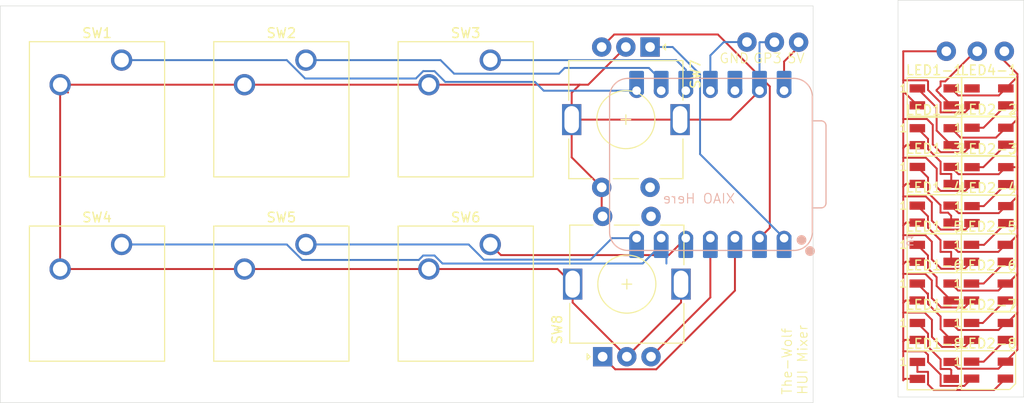
<source format=kicad_pcb>
(kicad_pcb (version 20241229) (generator "pcbnew") (generator_version "9.0")
  (title_block (title "HUI Mixer") (company "The-Wolf"))
  (layers (0 "F.Cu" signal) (2 "B.Cu" signal) (13 "F.Paste" user) (15 "B.Paste" user) (5 "F.SilkS" user "F.Silkscreen") (7 "B.SilkS" user "B.Silkscreen") (1 "F.Mask" user) (3 "B.Mask" user) (25 "Edge.Cuts" user))
  (net 0 "")
  (net 1 "+5V")
  (net 2 "Net-(U1-GPIO4{slash}MISO)")
  (net 3 "Net-(U1-GPIO2{slash}SCK)")
  (net 4 "Net-(U1-GPIO1{slash}RX)")
  (net 6 "Net-(U1-GPIO0{slash}TX)")
  (net 7 "Net-(U1-GPIO7{slash}SCL)")
  (net 8 "Net-(U1-GPIO27{slash}ADC1{slash}A1)")
  (net 10 "Net-(U1-GPIO26{slash}ADC0{slash}A0)")
  (net 11 "Net-(U1-GPIO28{slash}ADC2{slash}A2)")
  (net 12 "Net-(U1-GPIO29{slash}ADC3{slash}A3)")
  (net 13 "Net-(U1-GPIO6{slash}SDA)")
  (net 14 "GND")
  (net 16 "Net-(LED1-1-DIN)")
  (net 17 "Net-(LED1-1-DOUT)")
  (net 18 "Net-(LED1-2-DOUT)")
  (net 19 "Net-(LED1-3-DOUT)")
  (net 20 "Net-(LED1-4-DOUT)")
  (net 21 "Net-(LED1-5-DOUT)")
  (net 22 "Net-(LED1-6-DOUT)")
  (net 23 "Net-(LED1-7-DOUT)")
  (net 24 "Net-(LED1-8-DOUT)")
  (net 25 "Net-(LED2-2-DIN)")
  (net 26 "Net-(LED2-2-DOUT)")
  (net 27 "Net-(LED2-3-DIN)")
  (net 28 "Net-(LED2-4-DIN)")
  (net 29 "Net-(LED2-5-DIN)")
  (net 30 "Net-(LED2-6-DIN)")
  (net 31 "Net-(LED2-7-DIN)")
  (footprint "LED_SMD:LED_SK6812MINI_PLCC4_3.5x3.5mm_P1.75mm" (layer "F.Cu") (at 204.514 131.564)
    (property "Reference" "LED1-5" (at 0 -2.75 0) (layer "F.SilkS"))
    (property "Value" "SK6812MINI" (hide yes))
    (fp_text user "1" (at -3.2 -0.875 0) (layer "F.SilkS") (effects (font (size 0.8 0.8))))
    (pad "1" smd rect (at -1.75 -0.875) (size 1.6 0.85) (layers "F.Cu" "F.Mask" "F.Paste") (net 21 "Net-(LED1-5-DOUT)"))
    (pad "2" smd rect (at -1.75 0.875) (size 1.6 0.85) (layers "F.Cu" "F.Mask" "F.Paste") (net 14 "GND"))
    (pad "3" smd rect (at 1.75 0.875) (size 1.6 0.85) (layers "F.Cu" "F.Mask" "F.Paste") (net 20 "Net-(LED1-4-DOUT)"))
    (pad "4" smd rect (at 1.75 -0.875) (size 1.6 0.85) (layers "F.Cu" "F.Mask" "F.Paste") (net 1 "+5V"))
  )
  (footprint "LED_SMD:LED_SK6812MINI_PLCC4_3.5x3.5mm_P1.75mm" (layer "F.Cu") (at 210.124 139.639)
    (property "Reference" "LED2-7" (at 0 -2.75 0) (layer "F.SilkS"))
    (property "Value" "SK6812MINI" (hide yes))
    (fp_text user "1" (at -3.2 -0.875 0) (layer "F.SilkS") (effects (font (size 0.8 0.8))))
    (pad "1" smd rect (at -1.75 -0.875) (size 1.6 0.85) (layers "F.Cu" "F.Mask" "F.Paste") (net 30 "Net-(LED2-6-DIN)"))
    (pad "2" smd rect (at -1.75 0.875) (size 1.6 0.85) (layers "F.Cu" "F.Mask" "F.Paste") (net 14 "GND"))
    (pad "3" smd rect (at 1.75 0.875) (size 1.6 0.85) (layers "F.Cu" "F.Mask" "F.Paste") (net 31 "Net-(LED2-7-DIN)"))
    (pad "4" smd rect (at 1.75 -0.875) (size 1.6 0.85) (layers "F.Cu" "F.Mask" "F.Paste") (net 1 "+5V"))
  )
  (footprint "LED_SMD:LED_SK6812MINI_PLCC4_3.5x3.5mm_P1.75mm" (layer "F.Cu") (at 204.524 123.514)
    (property "Reference" "LED1-3" (at 0 -2.75 0) (layer "F.SilkS"))
    (property "Value" "SK6812MINI" (hide yes))
    (fp_text user "1" (at -3.2 -0.875 0) (layer "F.SilkS") (effects (font (size 0.8 0.8))))
    (pad "1" smd rect (at -1.75 -0.875) (size 1.6 0.85) (layers "F.Cu" "F.Mask" "F.Paste") (net 19 "Net-(LED1-3-DOUT)"))
    (pad "2" smd rect (at -1.75 0.875) (size 1.6 0.85) (layers "F.Cu" "F.Mask" "F.Paste") (net 14 "GND"))
    (pad "3" smd rect (at 1.75 0.875) (size 1.6 0.85) (layers "F.Cu" "F.Mask" "F.Paste") (net 18 "Net-(LED1-2-DOUT)"))
    (pad "4" smd rect (at 1.75 -0.875) (size 1.6 0.85) (layers "F.Cu" "F.Mask" "F.Paste") (net 1 "+5V"))
  )
  (footprint "Button_Switch_Keyboard:SW_Cherry_MX_1.00u_PCB" (layer "F.Cu") (at 139.59 111.60125)
    (property "Reference" "SW2" (at -2.54 -2.794 0) (layer "F.SilkS"))
    (property "Value" "SW_Push")
    (pad "" np_thru_hole circle (at -7.62 5.08) (size 1.7 1.7) (drill 1.7) (layers "*.Cu" "*.Mask"))
    (pad "" np_thru_hole circle (at -2.54 5.08) (size 4 4) (drill 4) (layers "*.Cu" "*.Mask"))
    (pad "" np_thru_hole circle (at 2.54 5.08) (size 1.7 1.7) (drill 1.7) (layers "*.Cu" "*.Mask"))
    (pad "1" thru_hole circle (at 0 0) (size 2.2 2.2) (drill 1.5) (layers "*.Cu" "*.Mask") (net 3 "Net-(U1-GPIO2{slash}SCK)"))
    (pad "2" thru_hole circle (at -6.35 2.54) (size 2.2 2.2) (drill 1.5) (layers "*.Cu" "*.Mask") (net 14 "GND"))
  )
  (footprint "LED_SMD:LED_SK6812MINI_PLCC4_3.5x3.5mm_P1.75mm" (layer "F.Cu") (at 204.524 143.664)
    (property "Reference" "LED1-8" (at 0 -2.75 0) (layer "F.SilkS"))
    (property "Value" "SK6812MINI" (hide yes))
    (fp_text user "1" (at -3.2 -0.875 0) (layer "F.SilkS") (effects (font (size 0.8 0.8))))
    (pad "1" smd rect (at -1.75 -0.875) (size 1.6 0.85) (layers "F.Cu" "F.Mask" "F.Paste") (net 24 "Net-(LED1-8-DOUT)"))
    (pad "2" smd rect (at -1.75 0.875) (size 1.6 0.85) (layers "F.Cu" "F.Mask" "F.Paste") (net 14 "GND"))
    (pad "3" smd rect (at 1.75 0.875) (size 1.6 0.85) (layers "F.Cu" "F.Mask" "F.Paste") (net 23 "Net-(LED1-7-DOUT)"))
    (pad "4" smd rect (at 1.75 -0.875) (size 1.6 0.85) (layers "F.Cu" "F.Mask" "F.Paste") (net 1 "+5V"))
  )
  (footprint "LED_SMD:LED_SK6812MINI_PLCC4_3.5x3.5mm_P1.75mm" (layer "F.Cu") (at 210.164 127.564)
    (property "Reference" "LED2-4" (at 0 -2.75 0) (layer "F.SilkS"))
    (property "Value" "SK6812MINI" (hide yes))
    (fp_text user "1" (at -3.2 -0.875 0) (layer "F.SilkS") (effects (font (size 0.8 0.8))))
    (pad "1" smd rect (at -1.75 -0.875) (size 1.6 0.85) (layers "F.Cu" "F.Mask" "F.Paste") (net 27 "Net-(LED2-3-DIN)"))
    (pad "2" smd rect (at -1.75 0.875) (size 1.6 0.85) (layers "F.Cu" "F.Mask" "F.Paste") (net 14 "GND"))
    (pad "3" smd rect (at 1.75 0.875) (size 1.6 0.85) (layers "F.Cu" "F.Mask" "F.Paste") (net 28 "Net-(LED2-4-DIN)"))
    (pad "4" smd rect (at 1.75 -0.875) (size 1.6 0.85) (layers "F.Cu" "F.Mask" "F.Paste") (net 1 "+5V"))
  )
  (footprint "LED_SMD:LED_SK6812MINI_PLCC4_3.5x3.5mm_P1.75mm" (layer "F.Cu") (at 204.524 139.639)
    (property "Reference" "LED1-7" (at 0 -2.75 0) (layer "F.SilkS"))
    (property "Value" "SK6812MINI" (hide yes))
    (fp_text user "1" (at -3.2 -0.875 0) (layer "F.SilkS") (effects (font (size 0.8 0.8))))
    (pad "1" smd rect (at -1.75 -0.875) (size 1.6 0.85) (layers "F.Cu" "F.Mask" "F.Paste") (net 23 "Net-(LED1-7-DOUT)"))
    (pad "2" smd rect (at -1.75 0.875) (size 1.6 0.85) (layers "F.Cu" "F.Mask" "F.Paste") (net 14 "GND"))
    (pad "3" smd rect (at 1.75 0.875) (size 1.6 0.85) (layers "F.Cu" "F.Mask" "F.Paste") (net 22 "Net-(LED1-6-DOUT)"))
    (pad "4" smd rect (at 1.75 -0.875) (size 1.6 0.85) (layers "F.Cu" "F.Mask" "F.Paste") (net 1 "+5V"))
  )
  (footprint "LED_SMD:LED_SK6812MINI_PLCC4_3.5x3.5mm_P1.75mm" (layer "F.Cu") (at 204.524 115.399)
    (property "Reference" "LED1-1" (at 0 -2.75 0) (layer "F.SilkS"))
    (property "Value" "SK6812MINI" (hide yes))
    (fp_text user "1" (at -3.2 -0.875 0) (layer "F.SilkS") (effects (font (size 0.8 0.8))))
    (pad "1" smd rect (at -1.75 -0.875) (size 1.6 0.85) (layers "F.Cu" "F.Mask" "F.Paste") (net 17 "Net-(LED1-1-DOUT)"))
    (pad "2" smd rect (at -1.75 0.875) (size 1.6 0.85) (layers "F.Cu" "F.Mask" "F.Paste") (net 14 "GND"))
    (pad "3" smd rect (at 1.75 0.875) (size 1.6 0.85) (layers "F.Cu" "F.Mask" "F.Paste") (net 16 "Net-(LED1-1-DIN)"))
    (pad "4" smd rect (at 1.75 -0.875) (size 1.6 0.85) (layers "F.Cu" "F.Mask" "F.Paste") (net 1 "+5V"))
  )
  (footprint "Button_Switch_Keyboard:SW_Cherry_MX_1.00u_PCB" (layer "F.Cu") (at 158.64 130.65125)
    (property "Reference" "SW6" (at -2.54 -2.794 0) (layer "F.SilkS"))
    (property "Value" "SW_Push")
    (pad "" np_thru_hole circle (at -7.62 5.08) (size 1.7 1.7) (drill 1.7) (layers "*.Cu" "*.Mask"))
    (pad "" np_thru_hole circle (at -2.54 5.08) (size 4 4) (drill 4) (layers "*.Cu" "*.Mask"))
    (pad "" np_thru_hole circle (at 2.54 5.08) (size 1.7 1.7) (drill 1.7) (layers "*.Cu" "*.Mask"))
    (pad "1" thru_hole circle (at 0 0) (size 2.2 2.2) (drill 1.5) (layers "*.Cu" "*.Mask") (net 13 "Net-(U1-GPIO6{slash}SDA)"))
    (pad "2" thru_hole circle (at -6.35 2.54) (size 2.2 2.2) (drill 1.5) (layers "*.Cu" "*.Mask") (net 14 "GND"))
  )
  (footprint "LED_SMD:LED_SK6812MINI_PLCC4_3.5x3.5mm_P1.75mm" (layer "F.Cu") (at 210.164 123.539)
    (property "Reference" "LED2-3" (at 0 -2.75 0) (layer "F.SilkS"))
    (property "Value" "SK6812MINI" (hide yes))
    (fp_text user "1" (at -3.2 -0.875 0) (layer "F.SilkS") (effects (font (size 0.8 0.8))))
    (pad "1" smd rect (at -1.75 -0.875) (size 1.6 0.85) (layers "F.Cu" "F.Mask" "F.Paste") (net 25 "Net-(LED2-2-DIN)"))
    (pad "2" smd rect (at -1.75 0.875) (size 1.6 0.85) (layers "F.Cu" "F.Mask" "F.Paste") (net 14 "GND"))
    (pad "3" smd rect (at 1.75 0.875) (size 1.6 0.85) (layers "F.Cu" "F.Mask" "F.Paste") (net 27 "Net-(LED2-3-DIN)"))
    (pad "4" smd rect (at 1.75 -0.875) (size 1.6 0.85) (layers "F.Cu" "F.Mask" "F.Paste") (net 1 "+5V"))
  )
  (footprint "LED_SMD:LED_SK6812MINI_PLCC4_3.5x3.5mm_P1.75mm" (layer "F.Cu") (at 210.124 143.639)
    (property "Reference" "LED2-8" (at 0 -2.75 0) (layer "F.SilkS"))
    (property "Value" "SK6812MINI" (hide yes))
    (fp_text user "1" (at -3.2 -0.875 0) (layer "F.SilkS") (effects (font (size 0.8 0.8))))
    (pad "1" smd rect (at -1.75 -0.875) (size 1.6 0.85) (layers "F.Cu" "F.Mask" "F.Paste") (net 31 "Net-(LED2-7-DIN)"))
    (pad "2" smd rect (at -1.75 0.875) (size 1.6 0.85) (layers "F.Cu" "F.Mask" "F.Paste") (net 14 "GND"))
    (pad "3" smd rect (at 1.75 0.875) (size 1.6 0.85) (layers "F.Cu" "F.Mask" "F.Paste") (net 24 "Net-(LED1-8-DOUT)"))
    (pad "4" smd rect (at 1.75 -0.875) (size 1.6 0.85) (layers "F.Cu" "F.Mask" "F.Paste") (net 1 "+5V"))
  )
  (footprint "Rotary_Encoder:RotaryEncoder_Alps_EC11E-Switch_Vertical_H20mm" (layer "F.Cu") (at 175.15 110.25 -90)
    (property "Reference" "SW7" (at 2.8 -4.7 90) (layer "F.SilkS"))
    (property "Value" "RotaryEncoder_Switch_MP")
    (pad "A" thru_hole rect (at 0 0 270) (size 2 2) (drill 1) (layers "*.Cu" "*.Mask") (net 10 "Net-(U1-GPIO26{slash}ADC0{slash}A0)"))
    (pad "B" thru_hole circle (at 0 5 270) (size 2 2) (drill 1) (layers "*.Cu" "*.Mask") (net 8 "Net-(U1-GPIO27{slash}ADC1{slash}A1)"))
    (pad "C" thru_hole circle (at 0 2.5 270) (size 2 2) (drill 1) (layers "*.Cu" "*.Mask") (net 14 "GND"))
    (pad "MP" thru_hole rect (at 7.5 -3.1 270) (size 3.2 2) (drill oval 2.8 1.5) (layers "*.Cu" "*.Mask") (net 14 "GND"))
    (pad "MP" thru_hole rect (at 7.5 8.1 270) (size 3.2 2) (drill oval 2.8 1.5) (layers "*.Cu" "*.Mask") (net 14 "GND"))
    (pad "S1" thru_hole circle (at 14.5 5 270) (size 2 2) (drill 1) (layers "*.Cu" "*.Mask") (net 14 "GND"))
    (pad "S2" thru_hole circle (at 14.5 0 270) (size 2 2) (drill 1) (layers "*.Cu" "*.Mask"))
  )
  (footprint "Button_Switch_Keyboard:SW_Cherry_MX_1.00u_PCB" (layer "F.Cu") (at 139.59 130.65125)
    (property "Reference" "SW5" (at -2.54 -2.794 0) (layer "F.SilkS"))
    (property "Value" "SW_Push")
    (pad "" np_thru_hole circle (at -7.62 5.08) (size 1.7 1.7) (drill 1.7) (layers "*.Cu" "*.Mask"))
    (pad "" np_thru_hole circle (at -2.54 5.08) (size 4 4) (drill 4) (layers "*.Cu" "*.Mask"))
    (pad "" np_thru_hole circle (at 2.54 5.08) (size 1.7 1.7) (drill 1.7) (layers "*.Cu" "*.Mask"))
    (pad "1" thru_hole circle (at 0 0) (size 2.2 2.2) (drill 1.5) (layers "*.Cu" "*.Mask") (net 6 "Net-(U1-GPIO0{slash}TX)"))
    (pad "2" thru_hole circle (at -6.35 2.54) (size 2.2 2.2) (drill 1.5) (layers "*.Cu" "*.Mask") (net 14 "GND"))
  )
  (footprint "Button_Switch_Keyboard:SW_Cherry_MX_1.00u_PCB" (layer "F.Cu") (at 120.54 111.60125)
    (property "Reference" "SW1" (at -2.54 -2.794 0) (layer "F.SilkS"))
    (property "Value" "SW_Push")
    (pad "" np_thru_hole circle (at -7.62 5.08) (size 1.7 1.7) (drill 1.7) (layers "*.Cu" "*.Mask"))
    (pad "" np_thru_hole circle (at -2.54 5.08) (size 4 4) (drill 4) (layers "*.Cu" "*.Mask"))
    (pad "" np_thru_hole circle (at 2.54 5.08) (size 1.7 1.7) (drill 1.7) (layers "*.Cu" "*.Mask"))
    (pad "1" thru_hole circle (at 0 0) (size 2.2 2.2) (drill 1.5) (layers "*.Cu" "*.Mask") (net 4 "Net-(U1-GPIO1{slash}RX)"))
    (pad "2" thru_hole circle (at -6.35 2.54) (size 2.2 2.2) (drill 1.5) (layers "*.Cu" "*.Mask") (net 14 "GND"))
  )
  (footprint "Button_Switch_Keyboard:SW_Cherry_MX_1.00u_PCB" (layer "F.Cu") (at 120.54 130.65125)
    (property "Reference" "SW4" (at -2.54 -2.794 0) (layer "F.SilkS"))
    (property "Value" "SW_Push")
    (pad "" np_thru_hole circle (at -7.62 5.08) (size 1.7 1.7) (drill 1.7) (layers "*.Cu" "*.Mask"))
    (pad "" np_thru_hole circle (at -2.54 5.08) (size 4 4) (drill 4) (layers "*.Cu" "*.Mask"))
    (pad "" np_thru_hole circle (at 2.54 5.08) (size 1.7 1.7) (drill 1.7) (layers "*.Cu" "*.Mask"))
    (pad "1" thru_hole circle (at 0 0) (size 2.2 2.2) (drill 1.5) (layers "*.Cu" "*.Mask") (net 7 "Net-(U1-GPIO7{slash}SCL)"))
    (pad "2" thru_hole circle (at -6.35 2.54) (size 2.2 2.2) (drill 1.5) (layers "*.Cu" "*.Mask") (net 14 "GND"))
  )
  (footprint "LED_SMD:LED_SK6812MINI_PLCC4_3.5x3.5mm_P1.75mm" (layer "F.Cu") (at 204.524 119.514)
    (property "Reference" "LED1-2" (at 0 -2.75 0) (layer "F.SilkS"))
    (property "Value" "SK6812MINI" (hide yes))
    (fp_text user "1" (at -3.2 -0.875 0) (layer "F.SilkS") (effects (font (size 0.8 0.8))))
    (pad "1" smd rect (at -1.75 -0.875) (size 1.6 0.85) (layers "F.Cu" "F.Mask" "F.Paste") (net 18 "Net-(LED1-2-DOUT)"))
    (pad "2" smd rect (at -1.75 0.875) (size 1.6 0.85) (layers "F.Cu" "F.Mask" "F.Paste") (net 14 "GND"))
    (pad "3" smd rect (at 1.75 0.875) (size 1.6 0.85) (layers "F.Cu" "F.Mask" "F.Paste") (net 17 "Net-(LED1-1-DOUT)"))
    (pad "4" smd rect (at 1.75 -0.875) (size 1.6 0.85) (layers "F.Cu" "F.Mask" "F.Paste") (net 1 "+5V"))
  )
  (footprint "LED_SMD:LED_SK6812MINI_PLCC4_3.5x3.5mm_P1.75mm" (layer "F.Cu") (at 210.114 135.564)
    (property "Reference" "LED2-6" (at 0 -2.75 0) (layer "F.SilkS"))
    (property "Value" "SK6812MINI" (hide yes))
    (fp_text user "1" (at -3.2 -0.875 0) (layer "F.SilkS") (effects (font (size 0.8 0.8))))
    (pad "1" smd rect (at -1.75 -0.875) (size 1.6 0.85) (layers "F.Cu" "F.Mask" "F.Paste") (net 29 "Net-(LED2-5-DIN)"))
    (pad "2" smd rect (at -1.75 0.875) (size 1.6 0.85) (layers "F.Cu" "F.Mask" "F.Paste") (net 14 "GND"))
    (pad "3" smd rect (at 1.75 0.875) (size 1.6 0.85) (layers "F.Cu" "F.Mask" "F.Paste") (net 30 "Net-(LED2-6-DIN)"))
    (pad "4" smd rect (at 1.75 -0.875) (size 1.6 0.85) (layers "F.Cu" "F.Mask" "F.Paste") (net 1 "+5V"))
  )
  (footprint "LED_SMD:LED_SK6812MINI_PLCC4_3.5x3.5mm_P1.75mm" (layer "F.Cu") (at 210.164 119.464)
    (property "Reference" "LED2-2" (at 0 -2.75 0) (layer "F.SilkS"))
    (property "Value" "SK6812MINI" (hide yes))
    (fp_text user "1" (at -3.2 -0.875 0) (layer "F.SilkS") (effects (font (size 0.8 0.8))))
    (pad "1" smd rect (at -1.75 -0.875) (size 1.6 0.85) (layers "F.Cu" "F.Mask" "F.Paste") (net 26 "Net-(LED2-2-DOUT)"))
    (pad "2" smd rect (at -1.75 0.875) (size 1.6 0.85) (layers "F.Cu" "F.Mask" "F.Paste") (net 14 "GND"))
    (pad "3" smd rect (at 1.75 0.875) (size 1.6 0.85) (layers "F.Cu" "F.Mask" "F.Paste") (net 25 "Net-(LED2-2-DIN)"))
    (pad "4" smd rect (at 1.75 -0.875) (size 1.6 0.85) (layers "F.Cu" "F.Mask" "F.Paste") (net 1 "+5V"))
  )
  (footprint "LED_SMD:LED_SK6812MINI_PLCC4_3.5x3.5mm_P1.75mm" (layer "F.Cu") (at 204.514 127.514)
    (property "Reference" "LED1-4" (at 0 -2.75 0) (layer "F.SilkS"))
    (property "Value" "SK6812MINI" (hide yes))
    (fp_text user "1" (at -3.2 -0.875 0) (layer "F.SilkS") (effects (font (size 0.8 0.8))))
    (pad "1" smd rect (at -1.75 -0.875) (size 1.6 0.85) (layers "F.Cu" "F.Mask" "F.Paste") (net 20 "Net-(LED1-4-DOUT)"))
    (pad "2" smd rect (at -1.75 0.875) (size 1.6 0.85) (layers "F.Cu" "F.Mask" "F.Paste") (net 14 "GND"))
    (pad "3" smd rect (at 1.75 0.875) (size 1.6 0.85) (layers "F.Cu" "F.Mask" "F.Paste") (net 19 "Net-(LED1-3-DOUT)"))
    (pad "4" smd rect (at 1.75 -0.875) (size 1.6 0.85) (layers "F.Cu" "F.Mask" "F.Paste") (net 1 "+5V"))
  )
  (footprint "Button_Switch_Keyboard:SW_Cherry_MX_1.00u_PCB" (layer "F.Cu") (at 158.64 111.60125)
    (property "Reference" "SW3" (at -2.54 -2.794 0) (layer "F.SilkS"))
    (property "Value" "SW_Push")
    (pad "" np_thru_hole circle (at -7.62 5.08) (size 1.7 1.7) (drill 1.7) (layers "*.Cu" "*.Mask"))
    (pad "" np_thru_hole circle (at -2.54 5.08) (size 4 4) (drill 4) (layers "*.Cu" "*.Mask"))
    (pad "" np_thru_hole circle (at 2.54 5.08) (size 1.7 1.7) (drill 1.7) (layers "*.Cu" "*.Mask"))
    (pad "1" thru_hole circle (at 0 0) (size 2.2 2.2) (drill 1.5) (layers "*.Cu" "*.Mask") (net 2 "Net-(U1-GPIO4{slash}MISO)"))
    (pad "2" thru_hole circle (at -6.35 2.54) (size 2.2 2.2) (drill 1.5) (layers "*.Cu" "*.Mask") (net 14 "GND"))
  )
  (footprint "Rotary_Encoder:RotaryEncoder_Alps_EC11E-Switch_Vertical_H20mm" (layer "F.Cu") (at 170.25 142.25 90)
    (property "Reference" "SW8" (at 2.8 -4.7 90) (layer "F.SilkS"))
    (property "Value" "RotaryEncoder_Switch_MP")
    (pad "A" thru_hole rect (at 0 0 90) (size 2 2) (drill 1) (layers "*.Cu" "*.Mask") (net 11 "Net-(U1-GPIO28{slash}ADC2{slash}A2)"))
    (pad "B" thru_hole circle (at 0 5 90) (size 2 2) (drill 1) (layers "*.Cu" "*.Mask") (net 12 "Net-(U1-GPIO29{slash}ADC3{slash}A3)"))
    (pad "C" thru_hole circle (at 0 2.5 90) (size 2 2) (drill 1) (layers "*.Cu" "*.Mask") (net 14 "GND"))
    (pad "MP" thru_hole rect (at 7.5 -3.1 90) (size 3.2 2) (drill oval 2.8 1.5) (layers "*.Cu" "*.Mask") (net 14 "GND"))
    (pad "MP" thru_hole rect (at 7.5 8.1 90) (size 3.2 2) (drill oval 2.8 1.5) (layers "*.Cu" "*.Mask") (net 14 "GND"))
    (pad "S1" thru_hole circle (at 14.5 5 90) (size 2 2) (drill 1) (layers "*.Cu" "*.Mask"))
    (pad "S2" thru_hole circle (at 14.5 0 90) (size 2 2) (drill 1) (layers "*.Cu" "*.Mask") (net 14 "GND"))
  )
  (footprint "LED_SMD:LED_SK6812MINI_PLCC4_3.5x3.5mm_P1.75mm" (layer "F.Cu") (at 210.114 131.564)
    (property "Reference" "LED2-5" (at 0 -2.75 0) (layer "F.SilkS"))
    (property "Value" "SK6812MINI" (hide yes))
    (fp_text user "1" (at -3.2 -0.875 0) (layer "F.SilkS") (effects (font (size 0.8 0.8))))
    (pad "1" smd rect (at -1.75 -0.875) (size 1.6 0.85) (layers "F.Cu" "F.Mask" "F.Paste") (net 28 "Net-(LED2-4-DIN)"))
    (pad "2" smd rect (at -1.75 0.875) (size 1.6 0.85) (layers "F.Cu" "F.Mask" "F.Paste") (net 14 "GND"))
    (pad "3" smd rect (at 1.75 0.875) (size 1.6 0.85) (layers "F.Cu" "F.Mask" "F.Paste") (net 29 "Net-(LED2-5-DIN)"))
    (pad "4" smd rect (at 1.75 -0.875) (size 1.6 0.85) (layers "F.Cu" "F.Mask" "F.Paste") (net 1 "+5V"))
  )
  (footprint "LED_SMD:LED_SK6812MINI_PLCC4_3.5x3.5mm_P1.75mm" (layer "F.Cu") (at 204.514 135.564)
    (property "Reference" "LED1-6" (at 0 -2.75 0) (layer "F.SilkS"))
    (property "Value" "SK6812MINI" (hide yes))
    (fp_text user "1" (at -3.2 -0.875 0) (layer "F.SilkS") (effects (font (size 0.8 0.8))))
    (pad "1" smd rect (at -1.75 -0.875) (size 1.6 0.85) (layers "F.Cu" "F.Mask" "F.Paste") (net 22 "Net-(LED1-6-DOUT)"))
    (pad "2" smd rect (at -1.75 0.875) (size 1.6 0.85) (layers "F.Cu" "F.Mask" "F.Paste") (net 14 "GND"))
    (pad "3" smd rect (at 1.75 0.875) (size 1.6 0.85) (layers "F.Cu" "F.Mask" "F.Paste") (net 21 "Net-(LED1-5-DOUT)"))
    (pad "4" smd rect (at 1.75 -0.875) (size 1.6 0.85) (layers "F.Cu" "F.Mask" "F.Paste") (net 1 "+5V"))
  )
  (footprint "LED_SMD:LED_SK6812MINI_PLCC4_3.5x3.5mm_P1.75mm" (layer "F.Cu") (at 210.164 115.399)
    (property "Reference" "LED4-1" (at 0 -2.75 0) (layer "F.SilkS"))
    (property "Value" "SK6812MINI" (hide yes))
    (fp_text user "1" (at -3.2 -0.875 0) (layer "F.SilkS") (effects (font (size 0.8 0.8))))
    (pad "1" smd rect (at -1.75 -0.875) (size 1.6 0.85) (layers "F.Cu" "F.Mask" "F.Paste"))
    (pad "2" smd rect (at -1.75 0.875) (size 1.6 0.85) (layers "F.Cu" "F.Mask" "F.Paste") (net 14 "GND"))
    (pad "3" smd rect (at 1.75 0.875) (size 1.6 0.85) (layers "F.Cu" "F.Mask" "F.Paste") (net 26 "Net-(LED2-2-DOUT)"))
    (pad "4" smd rect (at 1.75 -0.875) (size 1.6 0.85) (layers "F.Cu" "F.Mask" "F.Paste") (net 1 "+5V"))
  )
  (footprint "Seeed Studio XIAO Series Library:XIAO-RP2040-DIP" (layer "B.Cu") (at 181.38 122.38 90)
    (property "Reference" "U1" (at -7.839 20.599 270) (layer "B.SilkS") (effects (font (size 0.635 0.635) (thickness 0.1016)) (justify mirror)))
    (property "Value" "XIAO-RP2040-DIP")
    (pad "1" smd roundrect (at -8.455 7.62 270) (size 2.432 1.524) (layers "B.Cu" "B.Mask") (roundrect_rratio 0.1) (net 10 "Net-(U1-GPIO26{slash}ADC0{slash}A0)"))
    (pad "1" thru_hole circle (at -7.62 7.62 270) (size 1.524 1.524) (drill 0.889) (layers "*.Cu" "*.Mask") (net 10 "Net-(U1-GPIO26{slash}ADC0{slash}A0)"))
    (pad "2" smd roundrect (at -8.455 5.08 270) (size 2.432 1.524) (layers "B.Cu" "B.Mask") (roundrect_rratio 0.1) (net 8 "Net-(U1-GPIO27{slash}ADC1{slash}A1)"))
    (pad "2" thru_hole circle (at -7.62 5.08 270) (size 1.524 1.524) (drill 0.889) (layers "*.Cu" "*.Mask") (net 8 "Net-(U1-GPIO27{slash}ADC1{slash}A1)"))
    (pad "3" smd roundrect (at -8.455 2.54 270) (size 2.432 1.524) (layers "B.Cu" "B.Mask") (roundrect_rratio 0.1) (net 11 "Net-(U1-GPIO28{slash}ADC2{slash}A2)"))
    (pad "3" thru_hole circle (at -7.62 2.54 270) (size 1.524 1.524) (drill 0.889) (layers "*.Cu" "*.Mask") (net 11 "Net-(U1-GPIO28{slash}ADC2{slash}A2)"))
    (pad "4" smd roundrect (at -8.455 0 270) (size 2.432 1.524) (layers "B.Cu" "B.Mask") (roundrect_rratio 0.1) (net 12 "Net-(U1-GPIO29{slash}ADC3{slash}A3)"))
    (pad "4" thru_hole circle (at -7.62 0 270) (size 1.524 1.524) (drill 0.889) (layers "*.Cu" "*.Mask") (net 12 "Net-(U1-GPIO29{slash}ADC3{slash}A3)"))
    (pad "5" smd roundrect (at -8.455 -2.54 270) (size 2.432 1.524) (layers "B.Cu" "B.Mask") (roundrect_rratio 0.1) (net 13 "Net-(U1-GPIO6{slash}SDA)"))
    (pad "5" thru_hole circle (at -7.62 -2.54 270) (size 1.524 1.524) (drill 0.889) (layers "*.Cu" "*.Mask") (net 13 "Net-(U1-GPIO6{slash}SDA)"))
    (pad "6" smd roundrect (at -8.455 -5.08 270) (size 2.432 1.524) (layers "B.Cu" "B.Mask") (roundrect_rratio 0.1) (net 7 "Net-(U1-GPIO7{slash}SCL)"))
    (pad "6" thru_hole circle (at -7.62 -5.08 270) (size 1.524 1.524) (drill 0.889) (layers "*.Cu" "*.Mask") (net 7 "Net-(U1-GPIO7{slash}SCL)"))
    (pad "7" smd roundrect (at -8.455 -7.62 270) (size 2.432 1.524) (layers "B.Cu" "B.Mask") (roundrect_rratio 0.1) (net 6 "Net-(U1-GPIO0{slash}TX)"))
    (pad "7" thru_hole circle (at -7.62 -7.62 270) (size 1.524 1.524) (drill 0.889) (layers "*.Cu" "*.Mask") (net 6 "Net-(U1-GPIO0{slash}TX)"))
    (pad "8" thru_hole circle (at 7.62 -7.62 90) (size 1.524 1.524) (drill 0.889) (layers "*.Cu" "*.Mask") (net 4 "Net-(U1-GPIO1{slash}RX)"))
    (pad "8" smd roundrect (at 8.455 -7.62 90) (size 2.432 1.524) (layers "B.Cu" "B.Mask") (roundrect_rratio 0.1) (net 4 "Net-(U1-GPIO1{slash}RX)"))
    (pad "9" thru_hole circle (at 7.62 -5.08 90) (size 1.524 1.524) (drill 0.889) (layers "*.Cu" "*.Mask") (net 3 "Net-(U1-GPIO2{slash}SCK)"))
    (pad "9" smd roundrect (at 8.455 -5.08 90) (size 2.432 1.524) (layers "B.Cu" "B.Mask") (roundrect_rratio 0.1) (net 3 "Net-(U1-GPIO2{slash}SCK)"))
    (pad "10" thru_hole circle (at 7.62 -2.54 90) (size 1.524 1.524) (drill 0.889) (layers "*.Cu" "*.Mask") (net 2 "Net-(U1-GPIO4{slash}MISO)"))
    (pad "10" smd roundrect (at 8.455 -2.54 90) (size 2.432 1.524) (layers "B.Cu" "B.Mask") (roundrect_rratio 0.1) (net 2 "Net-(U1-GPIO4{slash}MISO)"))
    (pad "11" thru_hole circle (at 7.62 0 90) (size 1.524 1.524) (drill 0.889) (layers "*.Cu" "*.Mask") (net 16 "Net-(LED1-1-DIN)"))
    (pad "11" smd roundrect (at 8.455 0 90) (size 2.432 1.524) (layers "B.Cu" "B.Mask") (roundrect_rratio 0.1) (net 16 "Net-(LED1-1-DIN)"))
    (pad "12" thru_hole circle (at 7.62 2.54 90) (size 1.524 1.524) (drill 0.889) (layers "*.Cu" "*.Mask"))
    (pad "12" smd roundrect (at 8.455 2.54 90) (size 2.432 1.524) (layers "B.Cu" "B.Mask") (roundrect_rratio 0.1))
    (pad "13" thru_hole circle (at 7.62 5.08 90) (size 1.524 1.524) (drill 0.889) (layers "*.Cu" "*.Mask") (net 14 "GND"))
    (pad "13" smd roundrect (at 8.455 5.08 90) (size 2.432 1.524) (layers "B.Cu" "B.Mask") (roundrect_rratio 0.1) (net 14 "GND"))
    (pad "14" thru_hole circle (at 7.62 7.62 90) (size 1.524 1.524) (drill 0.889) (layers "*.Cu" "*.Mask") (net 1 "+5V"))
    (pad "14" smd roundrect (at 8.455 7.62 90) (size 2.432 1.524) (layers "B.Cu" "B.Mask") (roundrect_rratio 0.1) (net 1 "+5V"))
  )
  (gr_rect (start 108 106) (end 192 147) (stroke (width 0.05)) (fill no) (layer "Edge.Cuts"))
  (gr_rect (start 200.7735 105.414) (end 213.7735 146.414) (stroke (width 0.05)) (fill no) (layer "Edge.Cuts"))
  (gr_text "GP3" (at 185.75 112 0) (layer "F.SilkS") (effects (font (size 1 1) (thickness 0.1)) (justify left bottom)))
  (gr_text "5V" (at 189.25 112 0) (layer "F.SilkS") (effects (font (size 1 1) (thickness 0.1)) (justify left bottom)))
  (gr_text "The-Wolf\nHUI Mixer" (at 191.5 146.25 90) (layer "F.SilkS") (effects (font (size 1 1) (thickness 0.1)) (justify left bottom)))
  (gr_text "GND" (at 182.25 112 0) (layer "F.SilkS") (effects (font (size 1 1) (thickness 0.1)) (justify left bottom)))
  (gr_text "XIAO Here" (at 184 126.5 0) (layer "B.SilkS") (effects (font (size 1 1) (thickness 0.1)) (justify left bottom mirror)))
  (segment (start 207 115.25) (end 211.188 115.25) (width 0.2) (layer "F.Cu") (net 1))
  (segment (start 211.188 127.415) (end 211.914 126.689) (width 0.2) (layer "F.Cu") (net 1))
  (segment (start 206.99 131.415) (end 211.138 131.415) (width 0.2) (layer "F.Cu") (net 1))
  (segment (start 207 139.49) (end 211.148 139.49) (width 0.2) (layer "F.Cu") (net 1))
  (segment (start 213.113 129.689) (end 213.113 133.689) (width 0.2) (layer "F.Cu") (net 1))
  (segment (start 212.113 134.689) (end 213.113 133.689) (width 0.2) (layer "F.Cu") (net 1))
  (segment (start 211.874 138.764) (end 212.038 138.764) (width 0.2) (layer "F.Cu") (net 1))
  (segment (start 206.274 142.789) (end 206.975 143.49) (width 0.2) (layer "F.Cu") (net 1))
  (segment (start 211.864 134.689) (end 212.113 134.689) (width 0.2) (layer "F.Cu") (net 1))
  (segment (start 211.914 118.589) (end 212.213 118.589) (width 0.2) (layer "F.Cu") (net 1))
  (segment (start 211.764 110.689) (end 211.764 111.689) (width 0.2) (layer "F.Cu") (net 1))
  (segment (start 213.088 122.664) (end 213.113 122.689) (width 0.2) (layer "F.Cu") (net 1))
  (segment (start 190.5 110.25) (end 189 111.75) (width 0.2) (layer "F.Cu") (net 1))
  (segment (start 211.148 143.49) (end 211.874 142.764) (width 0.2) (layer "F.Cu") (net 1))
  (segment (start 211.148 139.49) (end 211.874 138.764) (width 0.2) (layer "F.Cu") (net 1))
  (segment (start 206.274 118.639) (end 207.248 119.613) (width 0.2) (layer "F.Cu") (net 1))
  (segment (start 206.99 135.415) (end 211.138 135.415) (width 0.2) (layer "F.Cu") (net 1))
  (segment (start 211.864 130.689) (end 212.113 130.689) (width 0.2) (layer "F.Cu") (net 1))
  (segment (start 213.113 129.689) (end 213.113 125.689) (width 0.2) (layer "F.Cu") (net 1))
  (segment (start 212.038 138.764) (end 213.113 137.689) (width 0.2) (layer "F.Cu") (net 1))
  (segment (start 206.274 114.524) (end 207 115.25) (width 0.2) (layer "F.Cu") (net 1))
  (segment (start 207.248 119.613) (end 210.89 119.613) (width 0.2) (layer "F.Cu") (net 1))
  (segment (start 211.138 135.415) (end 211.864 134.689) (width 0.2) (layer "F.Cu") (net 1))
  (segment (start 213.113 113.038) (end 213.113 113.325) (width 0.2) (layer "F.Cu") (net 1))
  (segment (start 211.914 126.689) (end 212.113 126.689) (width 0.2) (layer "F.Cu") (net 1))
  (segment (start 211.138 131.415) (end 211.864 130.689) (width 0.2) (layer "F.Cu") (net 1))
  (segment (start 211.914 122.664) (end 213.088 122.664) (width 0.2) (layer "F.Cu") (net 1))
  (segment (start 213.113 117.689) (end 213.113 122.689) (width 0.2) (layer "F.Cu") (net 1))
  (segment (start 213.113 113.325) (end 213.113 117.689) (width 0.2) (layer "F.Cu") (net 1))
  (segment (start 213.113 122.689) (end 213.113 125.689) (width 0.2) (layer "F.Cu") (net 1))
  (segment (start 211.188 123.39) (end 211.914 122.664) (width 0.2) (layer "F.Cu") (net 1))
  (segment (start 206.264 134.689) (end 206.99 135.415) (width 0.2) (layer "F.Cu") (net 1))
  (segment (start 212.113 126.689) (end 213.113 125.689) (width 0.2) (layer "F.Cu") (net 1))
  (segment (start 213.113 133.689) (end 213.113 137.689) (width 0.2) (layer "F.Cu") (net 1))
  (segment (start 212.213 118.589) (end 213.113 117.689) (width 0.2) (layer "F.Cu") (net 1))
  (segment (start 189 111.75) (end 189 114.76) (width 0.2) (layer "F.Cu") (net 1))
  (segment (start 207.025 123.39) (end 211.188 123.39) (width 0.2) (layer "F.Cu") (net 1))
  (segment (start 206.264 126.639) (end 207.04 127.415) (width 0.2) (layer "F.Cu") (net 1))
  (segment (start 207.04 127.415) (end 211.188 127.415) (width 0.2) (layer "F.Cu") (net 1))
  (segment (start 206.264 130.689) (end 206.99 131.415) (width 0.2) (layer "F.Cu") (net 1))
  (segment (start 211.764 111.689) (end 213.113 113.038) (width 0.2) (layer "F.Cu") (net 1))
  (segment (start 212.113 130.689) (end 213.113 129.689) (width 0.2) (layer "F.Cu") (net 1))
  (segment (start 190.5 109.75) (end 190.5 110.25) (width 0.2) (layer "F.Cu") (net 1))
  (segment (start 206.975 143.49) (end 211.148 143.49) (width 0.2) (layer "F.Cu") (net 1))
  (segment (start 211.188 115.25) (end 211.914 114.524) (width 0.2) (layer "F.Cu") (net 1))
  (segment (start 206.274 122.639) (end 207.025 123.39) (width 0.2) (layer "F.Cu") (net 1))
  (segment (start 213.113 137.689) (end 213.113 141.525) (width 0.2) (layer "F.Cu") (net 1))
  (segment (start 213.113 141.525) (end 211.874 142.764) (width 0.2) (layer "F.Cu") (net 1))
  (segment (start 206.274 138.764) (end 207 139.49) (width 0.2) (layer "F.Cu") (net 1))
  (segment (start 210.89 119.613) (end 211.914 118.589) (width 0.2) (layer "F.Cu") (net 1))
  (segment (start 211.914 114.524) (end 213.113 113.325) (width 0.2) (layer "F.Cu") (net 1))
  (via (at 211.764 110.689) (size 2) (drill 1) (layers "F.Cu" "B.Cu") (net 1))
  (via (at 190.5 109.75) (size 2) (drill 1) (layers "F.Cu" "B.Cu") (net 1))
  (segment (start 158.64 111.60125) (end 177.85125 111.60125) (width 0.2) (layer "B.Cu") (net 2))
  (segment (start 178.84 112.59) (end 178.84 114.76) (width 0.2) (layer "B.Cu") (net 2))
  (segment (start 177.85125 111.60125) (end 178.84 112.59) (width 0.2) (layer "B.Cu") (net 2))
  (segment (start 139.59 111.60125) (end 153.5 111.60125) (width 0.2) (layer "B.Cu") (net 3))
  (segment (start 175.02563 112.408) (end 176.3 113.68237) (width 0.2) (layer "B.Cu") (net 3))
  (segment (start 165.73575 113.00225) (end 166.33 112.408) (width 0.2) (layer "B.Cu") (net 3))
  (segment (start 153.5 111.60125) (end 154.901 113.00225) (width 0.2) (layer "B.Cu") (net 3))
  (segment (start 154.901 113.00225) (end 165.73575 113.00225) (width 0.2) (layer "B.Cu") (net 3))
  (segment (start 166.33 112.408) (end 175.02563 112.408) (width 0.2) (layer "B.Cu") (net 3))
  (segment (start 176.3 113.68237) (end 176.3 114.76) (width 0.2) (layer "B.Cu") (net 3))
  (segment (start 120.54 111.60125) (end 137.608686 111.60125) (width 0.2) (layer "B.Cu") (net 4))
  (segment (start 150.949936 113.5) (end 151.709686 112.74025) (width 0.2) (layer "B.Cu") (net 4))
  (segment (start 139.507436 113.5) (end 150.949936 113.5) (width 0.2) (layer "B.Cu") (net 4))
  (segment (start 152.870314 112.74025) (end 153.981064 113.851) (width 0.2) (layer "B.Cu") (net 4))
  (segment (start 137.608686 111.60125) (end 139.507436 113.5) (width 0.2) (layer "B.Cu") (net 4))
  (segment (start 151.709686 112.74025) (end 152.870314 112.74025) (width 0.2) (layer "B.Cu") (net 4))
  (segment (start 164.160108 114.76) (end 173.76 114.76) (width 0.2) (layer "B.Cu") (net 4))
  (segment (start 153.981064 113.851) (end 163.251108 113.851) (width 0.2) (layer "B.Cu") (net 4))
  (segment (start 163.251108 113.851) (end 164.160108 114.76) (width 0.2) (layer "B.Cu") (net 4))
  (segment (start 157.969 132.219) (end 169 132.219) (width 0.2) (layer "B.Cu") (net 6))
  (segment (start 156.40125 130.65125) (end 157.969 132.219) (width 0.2) (layer "B.Cu") (net 6))
  (segment (start 139.59 130.65125) (end 156.40125 130.65125) (width 0.2) (layer "B.Cu") (net 6))
  (segment (start 169 132.219) (end 171.219 130) (width 0.2) (layer "B.Cu") (net 6))
  (segment (start 171.219 130) (end 173.76 130) (width 0.2) (layer "B.Cu") (net 6))
  (segment (start 120.54 130.65125) (end 120.81125 130.65125) (width 0.2) (layer "F.Cu") (net 7))
  (segment (start 120.81125 130.65125) (end 121.16 131) (width 0.2) (layer "F.Cu") (net 7))
  (segment (start 151.249936 132.25) (end 151.709686 131.79025) (width 0.2) (layer "B.Cu") (net 7))
  (segment (start 176.3 130.7) (end 176.3 130) (width 0.2) (layer "B.Cu") (net 7))
  (segment (start 151.709686 131.79025) (end 152.870314 131.79025) (width 0.2) (layer "B.Cu") (net 7))
  (segment (start 120.54 130.65125) (end 137.608686 130.65125) (width 0.2) (layer "B.Cu") (net 7))
  (segment (start 174.38 132.62) (end 176.3 130.7) (width 0.2) (layer "B.Cu") (net 7))
  (segment (start 139.207436 132.25) (end 151.249936 132.25) (width 0.2) (layer "B.Cu") (net 7))
  (segment (start 152.870314 131.79025) (end 153.700064 132.62) (width 0.2) (layer "B.Cu") (net 7))
  (segment (start 176.84 131.54237) (end 176.84 132.62) (width 0.2) (layer "B.Cu") (net 7))
  (segment (start 137.608686 130.65125) (end 139.207436 132.25) (width 0.2) (layer "B.Cu") (net 7))
  (segment (start 153.700064 132.62) (end 174.38 132.62) (width 0.2) (layer "B.Cu") (net 7))
  (segment (start 182.15231 108.949) (end 171.451 108.949) (width 0.2) (layer "F.Cu") (net 8))
  (segment (start 187.523 128.937) (end 187.523 114.31969) (width 0.2) (layer "F.Cu") (net 8))
  (segment (start 171.451 108.949) (end 170.15 110.25) (width 0.2) (layer "F.Cu") (net 8))
  (segment (start 186.46 130) (end 187.523 128.937) (width 0.2) (layer "F.Cu") (net 8))
  (segment (start 187.523 114.31969) (end 182.15231 108.949) (width 0.2) (layer "F.Cu") (net 8))
  (segment (start 177.483626 110.25) (end 180.317 113.083374) (width 0.2) (layer "B.Cu") (net 10))
  (segment (start 180.317 121.317) (end 189 130) (width 0.2) (layer "B.Cu") (net 10))
  (segment (start 175.15 110.25) (end 177.483626 110.25) (width 0.2) (layer "B.Cu") (net 10))
  (segment (start 180.317 113.083374) (end 180.317 121.317) (width 0.2) (layer "B.Cu") (net 10))
  (segment (start 175.788892 143.551) (end 183.92 135.419892) (width 0.2) (layer "F.Cu") (net 11))
  (segment (start 170.25 142.25) (end 171.551 143.551) (width 0.2) (layer "F.Cu") (net 11))
  (segment (start 171.551 143.551) (end 175.788892 143.551) (width 0.2) (layer "F.Cu") (net 11))
  (segment (start 183.92 135.419892) (end 183.92 130) (width 0.2) (layer "F.Cu") (net 11))
  (segment (start 175.25 142.25) (end 181.38 136.12) (width 0.2) (layer "F.Cu") (net 12))
  (segment (start 181.38 136.12) (end 181.38 130) (width 0.2) (layer "F.Cu") (net 12))
  (segment (start 158.64 130.65125) (end 159.739999 131.751249) (width 0.2) (layer "F.Cu") (net 13))
  (segment (start 177.088751 131.751249) (end 178.84 130) (width 0.2) (layer "F.Cu") (net 13))
  (segment (start 159.739999 131.751249) (end 177.088751 131.751249) (width 0.2) (layer "F.Cu") (net 13))
  (segment (start 158.64 130.65125) (end 159.18425 130.107) (width 0.2) (layer "F.Cu") (net 13))
  (segment (start 204.276 138.439) (end 203.526 137.689) (width 0.2) (layer "F.Cu") (net 14))
  (segment (start 201.615 128.389) (end 201.315 128.689) (width 0.2) (layer "F.Cu") (net 14))
  (segment (start 170.15 124.75) (end 170.15 127.65) (width 0.2) (layer "F.Cu") (net 14))
  (segment (start 170.25 127.75) (end 170.25 128.25) (width 0.2) (layer "F.Cu") (net 14))
  (segment (start 113.54 132.54125) (end 114.19 133.19125) (width 0.2) (layer "F.Cu") (net 14))
  (segment (start 167.15 134.75) (end 167.15 136.65) (width 0.2) (layer "F.Cu") (net 14))
  (segment (start 165.59125 133.19125) (end 167.15 134.75) (width 0.2) (layer "F.Cu") (net 14))
  (segment (start 204.266 130.364) (end 203.591 129.689) (width 0.2) (layer "F.Cu") (net 14))
  (segment (start 201.315 129.689) (end 201.315 132.689) (width 0.2) (layer "F.Cu") (net 14))
  (segment (start 202.764 136.439) (end 201.565 136.439) (width 0.2) (layer "F.Cu") (net 14))
  (segment (start 204.266 128.191) (end 204.266 126.314) (width 0.2) (layer "F.Cu") (net 14))
  (segment (start 208.414 128.439) (end 207.738 129.115) (width 0.2) (layer "F.Cu") (net 14))
  (segment (start 207.638 133.165) (end 205.24 133.165) (width 0.2) (layer "F.Cu") (net 14))
  (segment (start 201.315 110.689) (end 201.315 113.689) (width 0.2) (layer "F.Cu") (net 14))
  (segment (start 201.315 136.689) (end 201.315 137.689) (width 0.2) (layer "F.Cu") (net 14))
  (segment (start 201.315 117.689) (end 201.315 120.689) (width 0.2) (layer "F.Cu") (net 14))
  (segment (start 152.29 133.19125) (end 165.59125 133.19125) (width 0.2) (layer "F.Cu") (net 14))
  (segment (start 203.875 142.063) (end 203.501 141.689) (width 0.2) (layer "F.Cu") (net 14))
  (segment (start 152.29 114.14125) (end 133.24 114.14125) (width 0.2) (layer "F.Cu") (net 14))
  (segment (start 202.774 120.389) (end 201.615 120.389) (width 0.2) (layer "F.Cu") (net 14))
  (segment (start 201.315 114.815) (end 201.315 117.689) (width 0.2) (layer "F.Cu") (net 14))
  (segment (start 202.764 132.439) (end 201.565 132.439) (width 0.2) (layer "F.Cu") (net 14))
  (segment (start 167.15 136.65) (end 172.75 142.25) (width 0.2) (layer "F.Cu") (net 14))
  (segment (start 202.764 128.389) (end 201.615 128.389) (width 0.2) (layer "F.Cu") (net 14))
  (segment (start 207.738 129.115) (end 205.19 129.115) (width 0.2) (layer "F.Cu") (net 14))
  (segment (start 201.315 141.689) (end 201.315 144.689) (width 0.2) (layer "F.Cu") (net 14))
  (segment (start 204.266 136.191) (end 204.266 134.364) (width 0.2) (layer "F.Cu") (net 14))
  (segment (start 208.374 140.514) (end 207.648 141.24) (width 0.2) (layer "F.Cu") (net 14))
  (segment (start 204.772 124.714) (end 204.772 122.81) (width 0.2) (layer "F.Cu") (net 14))
  (segment (start 205.173 121.115) (end 204.363 120.305) (width 0.2) (layer "F.Cu") (net 14))
  (segment (start 208.414 120.339) (end 207.638 121.115) (width 0.2) (layer "F.Cu") (net 14))
  (segment (start 207.623 145.265) (end 205.173 145.265) (width 0.2) (layer "F.Cu") (net 14))
  (segment (start 203.875 114.689) (end 203.875 113.798) (width 0.2) (layer "F.Cu") (net 14))
  (segment (start 205.24 137.165) (end 204.266 136.191) (width 0.2) (layer "F.Cu") (net 14))
  (segment (start 203.764 117.689) (end 201.315 117.689) (width 0.2) (layer "F.Cu") (net 14))
  (segment (start 201.465 144.539) (end 202.774 144.539) (width 0.2) (layer "F.Cu") (net 14))
  (segment (start 201.565 136.439) (end 201.315 136.689) (width 0.2) (layer "F.Cu") (net 14))
  (segment (start 133.24 133.19125) (end 152.29 133.19125) (width 0.2) (layer "F.Cu") (net 14))
  (segment (start 201.315 125.689) (end 201.315 128.689) (width 0.2) (layer "F.Cu") (net 14))
  (segment (start 167.05 114.9725) (end 167.05 117.75) (width 0.2) (layer "F.Cu") (net 14))
  (segment (start 114.19 133.19125) (end 114.19 114.14125) (width 0.2) (layer "F.Cu") (net 14))
  (segment (start 208.414 124.414) (end 207.713 125.115) (width 0.2) (layer "F.Cu") (net 14))
  (segment (start 133.24 114.14125) (end 114.19 114.14125) (width 0.2) (layer "F.Cu") (net 14))
  (segment (start 114.603 132.557) (end 113.54 133.62) (width 0.2) (layer "F.Cu") (net 14))
  (segment (start 203.591 133.689) (end 201.315 133.689) (width 0.2) (layer "F.Cu") (net 14))
  (segment (start 201.315 113.689) (end 201.315 114.815) (width 0.2) (layer "F.Cu") (net 14))
  (segment (start 205.173 115.987) (end 203.875 114.689) (width 0.2) (layer "F.Cu") (net 14))
  (segment (start 201.49 140.514) (end 201.315 140.689) (width 0.2) (layer "F.Cu") (net 14))
  (segment (start 204.266 132.191) (end 204.266 130.364) (width 0.2) (layer "F.Cu") (net 14))
  (segment (start 178.35 136.65) (end 178.35 134.75) (width 0.2) (layer "F.Cu") (net 14))
  (segment (start 201.615 120.389) (end 201.315 120.689) (width 0.2) (layer "F.Cu") (net 14))
  (segment (start 201.615 124.389) (end 201.315 124.689) (width 0.2) (layer "F.Cu") (net 14))
  (segment (start 201.315 140.689) (end 201.315 141.689) (width 0.2) (layer "F.Cu") (net 14))
  (segment (start 203.526 137.689) (end 201.315 137.689) (width 0.2) (layer "F.Cu") (net 14))
  (segment (start 207.713 125.115) (end 205.173 125.115) (width 0.2) (layer "F.Cu") (net 14))
  (segment (start 204.363 118.288) (end 203.764 117.689) (width 0.2) (layer "F.Cu") (net 14))
  (segment (start 205.173 117) (end 205.173 115.987) (width 0.2) (layer "F.Cu") (net 14))
  (segment (start 168.75875 114.14125) (end 172.65 110.25) (width 0.2) (layer "F.Cu") (net 14))
  (segment (start 203.875 142.8) (end 203.875 142.063) (width 0.2) (layer "F.Cu") (net 14))
  (segment (start 205.764 110.689) (end 201.315 110.689) (width 0.2) (layer "F.Cu") (net 14))
  (segment (start 201.315 121.689) (end 201.315 124.689) (width 0.2) (layer "F.Cu") (net 14))
  (segment (start 208.414 116.274) (end 207.688 117) (width 0.2) (layer "F.Cu") (net 14))
  (segment (start 203.591 129.689) (end 201.315 129.689) (width 0.2) (layer "F.Cu") (net 14))
  (segment (start 205.173 125.115) (end 204.772 124.714) (width 0.2) (layer "F.Cu") (net 14))
  (segment (start 208.364 132.439) (end 207.638 133.165) (width 0.2) (layer "F.Cu") (net 14))
  (segment (start 202.774 124.389) (end 201.615 124.389) (width 0.2) (layer "F.Cu") (net 14))
  (segment (start 205.173 145.265) (end 205.173 144.098) (width 0.2) (layer "F.Cu") (net 14))
  (segment (start 114.19 133.19125) (end 133.24 133.19125) (width 0.2) (layer "F.Cu") (net 14))
  (segment (start 207.688 117) (end 205.173 117) (width 0.2) (layer "F.Cu") (net 14))
  (segment (start 207.638 137.165) (end 205.24 137.165) (width 0.2) (layer "F.Cu") (net 14))
  (segment (start 113.54 133.62) (end 113.76125 133.62) (width 0.2) (layer "F.Cu") (net 14))
  (segment (start 207.648 141.24) (end 205.315 141.24) (width 0.2) (layer "F.Cu") (net 14))
  (segment (start 208.364 136.439) (end 207.638 137.165) (width 0.2) (layer "F.Cu") (net 14))
  (segment (start 167.05 117.75) (end 167.05 121.65) (width 0.2) (layer "F.Cu") (net 14))
  (segment (start 203.875 113.798) (end 203.766 113.689) (width 0.2) (layer "F.Cu") (net 14))
  (segment (start 201.565 132.439) (end 201.315 132.689) (width 0.2) (layer "F.Cu") (net 14))
  (segment (start 204.363 120.305) (end 204.363 118.288) (width 0.2) (layer "F.Cu") (net 14))
  (segment (start 205.315 141.24) (end 204.276 140.201) (width 0.2) (layer "F.Cu") (net 14))
  (segment (start 207.638 121.115) (end 205.173 121.115) (width 0.2) (layer "F.Cu") (net 14))
  (segment (start 114.19 114.14125) (end 115 114.95125) (width 0.2) (layer "F.Cu") (net 14))
  (segment (start 205.173 144.098) (end 203.875 142.8) (width 0.2) (layer "F.Cu") (net 14))
  (segment (start 201.315 128.689) (end 201.315 129.689) (width 0.2) (layer "F.Cu") (net 14))
  (segment (start 113.76125 133.62) (end 114.19 133.19125) (width 0.2) (layer "F.Cu") (net 14))
  (segment (start 201.315 120.689) (end 201.315 121.689) (width 0.2) (layer "F.Cu") (net 14))
  (segment (start 133.24 133.19125) (end 132.60575 132.557) (width 0.2) (layer "F.Cu") (net 14))
  (segment (start 167.88125 114.14125) (end 152.29 114.14125) (width 0.2) (layer "F.Cu") (net 14))
  (segment (start 113.54 133.46) (end 113.54 133.62) (width 0.2) (layer "F.Cu") (net 14))
  (segment (start 208.374 144.514) (end 207.623 145.265) (width 0.2) (layer "F.Cu") (net 14))
  (segment (start 203.501 141.689) (end 201.315 141.689) (width 0.2) (layer "F.Cu") (net 14))
  (segment (start 202.774 116.274) (end 201.315 114.815) (width 0.2) (layer "F.Cu") (net 14))
  (segment (start 201.315 133.689) (end 201.315 136.689) (width 0.2) (layer "F.Cu") (net 14))
  (segment (start 204.772 122.81) (end 203.651 121.689) (width 0.2) (layer "F.Cu") (net 14))
  (segment (start 167.88125 114.14125) (end 168.75875 114.14125) (width 0.2) (layer "F.Cu") (net 14))
  (segment (start 205.19 129.115) (end 204.266 128.191) (width 0.2) (layer "F.Cu") (net 14))
  (segment (start 205.24 133.165) (end 204.266 132.191) (width 0.2) (layer "F.Cu") (net 14))
  (segment (start 183.47 117.75) (end 178.25 117.75) (width 0.2) (layer "F.Cu") (net 14))
  (segment (start 202.774 140.514) (end 201.49 140.514) (width 0.2) (layer "F.Cu") (net 14))
  (segment (start 167.05 121.65) (end 170.15 124.75) (width 0.2) (layer "F.Cu") (net 14))
  (segment (start 201.315 132.689) (end 201.315 133.689) (width 0.2) (layer "F.Cu") (net 14))
  (segment (start 201.315 137.689) (end 201.315 140.689) (width 0.2) (layer "F.Cu") (net 14))
  (segment (start 186.46 114.76) (end 183.47 117.75) (width 0.2) (layer "F.Cu") (net 14))
  (segment (start 170.15 127.65) (end 170.25 127.75) (width 0.2) (layer "F.Cu") (net 14))
  (segment (start 201.315 144.689) (end 201.465 144.539) (width 0.2) (layer "F.Cu") (net 14))
  (segment (start 178.25 117.75) (end 167.05 117.75) (width 0.2) (layer "F.Cu") (net 14))
  (segment (start 203.651 121.689) (end 201.315 121.689) (width 0.2) (layer "F.Cu") (net 14))
  (segment (start 204.266 126.314) (end 203.641 125.689) (width 0.2) (layer "F.Cu") (net 14))
  (segment (start 172.75 142.25) (end 178.35 136.65) (width 0.2) (layer "F.Cu") (net 14))
  (segment (start 203.641 125.689) (end 201.315 125.689) (width 0.2) (layer "F.Cu") (net 14))
  (segment (start 204.266 134.364) (end 203.591 133.689) (width 0.2) (layer "F.Cu") (net 14))
  (segment (start 203.766 113.689) (end 201.315 113.689) (width 0.2) (layer "F.Cu") (net 14))
  (segment (start 201.315 124.689) (end 201.315 125.689) (width 0.2) (layer "F.Cu") (net 14))
  (segment (start 167.88125 114.14125) (end 167.05 114.9725) (width 0.2) (layer "F.Cu") (net 14))
  (segment (start 114.82425 132.557) (end 114.19 133.19125) (width 0.2) (layer "F.Cu") (net 14))
  (segment (start 204.276 140.201) (end 204.276 138.439) (width 0.2) (layer "F.Cu") (net 14))
  (via (at 205.764 110.689) (size 2) (drill 1) (layers "F.Cu" "B.Cu") (net 14))
  (via (at 188 109.75) (size 2) (drill 1) (layers "F.Cu" "B.Cu") (net 14))
  (segment (start 186.46 109.79) (end 186.46 114.76) (width 0.2) (layer "B.Cu") (net 14))
  (segment (start 188 109.75) (end 186.5 109.75) (width 0.2) (layer "B.Cu") (net 14))
  (segment (start 186.5 109.75) (end 186.46 109.79) (width 0.2) (layer "B.Cu") (net 14))
  (segment (start 208.964003 110.689) (end 208.764 110.689) (width 0.2) (layer "F.Cu") (net 16))
  (segment (start 205.655 113.798) (end 205.173 113.798) (width 0.2) (layer "F.Cu") (net 16))
  (segment (start 205.25 115.25) (end 206.274 116.274) (width 0.2) (layer "F.Cu") (net 16))
  (segment (start 208.764 110.689) (end 205.655 113.798) (width 0.2) (layer "F.Cu") (net 16))
  (segment (start 205.173 115.173) (end 205.173 115.25) (width 0.2) (layer "F.Cu") (net 16))
  (segment (start 204.764 114.764) (end 205.173 115.173) (width 0.2) (layer "F.Cu") (net 16))
  (segment (start 204.764 114.689) (end 204.764 114.764) (width 0.2) (layer "F.Cu") (net 16))
  (segment (start 205.173 115.25) (end 205.25 115.25) (width 0.2) (layer "F.Cu") (net 16))
  (segment (start 205.173 113.798) (end 205.173 114.28) (width 0.2) (layer "F.Cu") (net 16))
  (segment (start 205.173 114.28) (end 204.764 114.689) (width 0.2) (layer "F.Cu") (net 16))
  (via (at 185.161127 109.73588) (size 2) (drill 1) (layers "F.Cu" "B.Cu") (net 16))
  (via (at 208.964003 110.689) (size 2) (drill 1) (layers "F.Cu" "B.Cu") (net 16))
  (segment (start 181.38 111.12) (end 181.38 114.76) (width 0.2) (layer "B.Cu") (net 16))
  (segment (start 185.161127 109.73588) (end 182.76412 109.73588) (width 0.2) (layer "B.Cu") (net 16))
  (segment (start 182.76412 109.73588) (end 181.38 111.12) (width 0.2) (layer "B.Cu") (net 16))
  (segment (start 204.764 116.514) (end 202.774 114.524) (width 0.2) (layer "F.Cu") (net 17))
  (segment (start 206.274 120.389) (end 204.764 118.879) (width 0.2) (layer "F.Cu") (net 17))
  (segment (start 204.764 118.879) (end 204.764 116.514) (width 0.2) (layer "F.Cu") (net 17))
  (segment (start 206.274 123.365) (end 205.173 123.365) (width 0.2) (layer "F.Cu") (net 18))
  (segment (start 203.875 120.8) (end 203.875 119.74) (width 0.2) (layer "F.Cu") (net 18))
  (segment (start 205.173 122.098) (end 203.875 120.8) (width 0.2) (layer "F.Cu") (net 18))
  (segment (start 206.274 124.389) (end 206.274 123.365) (width 0.2) (layer "F.Cu") (net 18))
  (segment (start 203.875 119.74) (end 202.774 118.639) (width 0.2) (layer "F.Cu") (net 18))
  (segment (start 205.173 123.365) (end 205.173 122.098) (width 0.2) (layer "F.Cu") (net 18))
  (segment (start 205.94 127.365) (end 205.163 127.365) (width 0.2) (layer "F.Cu") (net 19))
  (segment (start 205.163 126.588) (end 203.875 125.3) (width 0.2) (layer "F.Cu") (net 19))
  (segment (start 203.875 125.3) (end 203.875 123.74) (width 0.2) (layer "F.Cu") (net 19))
  (segment (start 206.264 127.689) (end 205.94 127.365) (width 0.2) (layer "F.Cu") (net 19))
  (segment (start 206.264 128.389) (end 206.264 127.689) (width 0.2) (layer "F.Cu") (net 19))
  (segment (start 205.163 127.365) (end 205.163 126.588) (width 0.2) (layer "F.Cu") (net 19))
  (segment (start 203.875 123.74) (end 202.774 122.639) (width 0.2) (layer "F.Cu") (net 19))
  (segment (start 206.264 131.415) (end 205.163 131.415) (width 0.2) (layer "F.Cu") (net 20))
  (segment (start 206.264 132.439) (end 206.264 131.415) (width 0.2) (layer "F.Cu") (net 20))
  (segment (start 203.865 128.915) (end 203.865 127.74) (width 0.2) (layer "F.Cu") (net 20))
  (segment (start 203.865 127.74) (end 202.764 126.639) (width 0.2) (layer "F.Cu") (net 20))
  (segment (start 205.163 130.213) (end 203.865 128.915) (width 0.2) (layer "F.Cu") (net 20))
  (segment (start 205.163 131.415) (end 205.163 130.213) (width 0.2) (layer "F.Cu") (net 20))
  (segment (start 206.264 136.439) (end 204.764 134.939) (width 0.2) (layer "F.Cu") (net 21))
  (segment (start 203.865 131.79) (end 202.764 130.689) (width 0.2) (layer "F.Cu") (net 21))
  (segment (start 204.764 134.939) (end 204.764 134.04) (width 0.2) (layer "F.Cu") (net 21))
  (segment (start 204.764 134.04) (end 203.865 133.141) (width 0.2) (layer "F.Cu") (net 21))
  (segment (start 203.865 133.141) (end 203.865 131.79) (width 0.2) (layer "F.Cu") (net 21))
  (segment (start 203.764 135.713) (end 203.764 135.689) (width 0.2) (layer "F.Cu") (net 22))
  (segment (start 203.865 136.79) (end 203.865 135.713) (width 0.2) (layer "F.Cu") (net 22))
  (segment (start 205.173 139.413) (end 205.173 138.098) (width 0.2) (layer "F.Cu") (net 22))
  (segment (start 203.865 135.713) (end 203.764 135.713) (width 0.2) (layer "F.Cu") (net 22))
  (segment (start 206.274 140.514) (end 205.173 139.413) (width 0.2) (layer "F.Cu") (net 22))
  (segment (start 205.173 138.098) (end 203.865 136.79) (width 0.2) (layer "F.Cu") (net 22))
  (segment (start 203.764 135.689) (end 202.764 134.689) (width 0.2) (layer "F.Cu") (net 22))
  (segment (start 203.875 139.865) (end 202.774 138.764) (width 0.2) (layer "F.Cu") (net 23))
  (segment (start 206.274 144.539) (end 206.274 143.630399) (width 0.2) (layer "F.Cu") (net 23))
  (segment (start 205.173 143.515) (end 205.173 142.529399) (width 0.2) (layer "F.Cu") (net 23))
  (segment (start 205.173 142.529399) (end 203.875 141.231399) (width 0.2) (layer "F.Cu") (net 23))
  (segment (start 203.875 141.231399) (end 203.875 139.865) (width 0.2) (layer "F.Cu") (net 23))
  (segment (start 206.274 143.630399) (end 206.158601 143.515) (width 0.2) (layer "F.Cu") (net 23))
  (segment (start 206.158601 143.515) (end 205.173 143.515) (width 0.2) (layer "F.Cu") (net 23))
  (segment (start 203.875 145.114409) (end 204.449591 145.689) (width 0.2) (layer "F.Cu") (net 24))
  (segment (start 202.774 142.789) (end 202.774 143.813) (width 0.2) (layer "F.Cu") (net 24))
  (segment (start 210.699 145.689) (end 211.874 144.514) (width 0.2) (layer "F.Cu") (net 24))
  (segment (start 202.774 143.813) (end 203.875 143.813) (width 0.2) (layer "F.Cu") (net 24))
  (segment (start 203.875 143.813) (end 203.875 145.114409) (width 0.2) (layer "F.Cu") (net 24))
  (segment (start 204.449591 145.689) (end 210.699 145.689) (width 0.2) (layer "F.Cu") (net 24))
  (segment (start 208.414 122.664) (end 209.589 122.664) (width 0.2) (layer "F.Cu") (net 25))
  (segment (start 209.589 122.664) (end 211.914 120.339) (width 0.2) (layer "F.Cu") (net 25))
  (segment (start 209.599 118.589) (end 211.914 116.274) (width 0.2) (layer "F.Cu") (net 26))
  (segment (start 208.414 118.589) (end 209.599 118.589) (width 0.2) (layer "F.Cu") (net 26))
  (segment (start 209.639 126.689) (end 211.914 124.414) (width 0.2) (layer "F.Cu") (net 27))
  (segment (start 208.414 126.689) (end 209.639 126.689) (width 0.2) (layer "F.Cu") (net 27))
  (segment (start 209.664 130.689) (end 211.914 128.439) (width 0.2) (layer "F.Cu") (net 28))
  (segment (start 208.364 130.689) (end 209.664 130.689) (width 0.2) (layer "F.Cu") (net 28))
  (segment (start 209.614 134.689) (end 211.864 132.439) (width 0.2) (layer "F.Cu") (net 29))
  (segment (start 208.364 134.689) (end 209.614 134.689) (width 0.2) (layer "F.Cu") (net 29))
  (segment (start 209.539 138.764) (end 211.864 136.439) (width 0.2) (layer "F.Cu") (net 30))
  (segment (start 208.374 138.764) (end 209.539 138.764) (width 0.2) (layer "F.Cu") (net 30))
  (segment (start 209.624 142.764) (end 211.874 140.514) (width 0.2) (layer "F.Cu") (net 31))
  (segment (start 208.374 142.764) (end 209.624 142.764) (width 0.2) (layer "F.Cu") (net 31))
)
</source>
